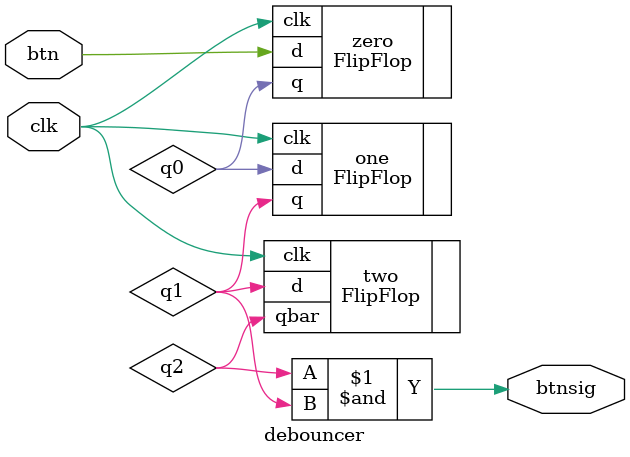
<source format=v>
`timescale 1ns / 1ps


module debouncer(
    input btn,
    input clk,
    output wire btnsig
    );
    
    wire q0, q1, q2;
    
    FlipFlop zero(
    .clk(clk),
    .d(btn),
    .q(q0));
    
    
    FlipFlop one(
    .clk(clk),
    .d(q0),
    .q(q1));
    
    FlipFlop two(
    .clk(clk),
    .d(q1),
    .qbar(q2));
    
    assign btnsig = q2 & q1;
        
    
endmodule

</source>
